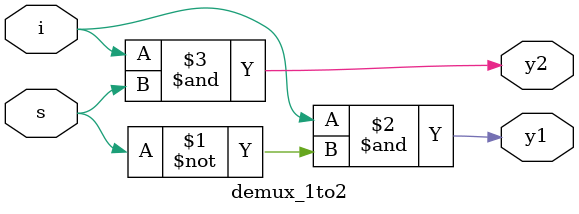
<source format=v>
`timescale 1ns / 1ps


module demux_1to2(
    input i,
    input s,
    output y1,
    output y2
);
/// 1*2 Demux in Data flow level
    assign y1 = i & ~s;  
    assign y2 = i & s;   
    endmodule

</source>
